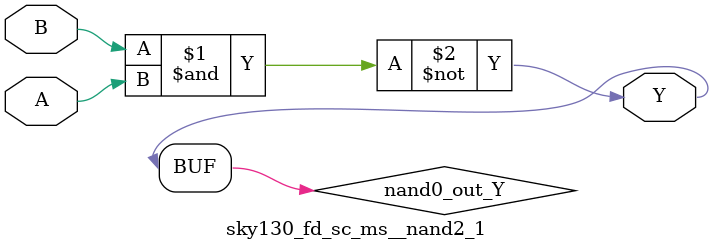
<source format=v>
/*
 * Copyright 2020 The SkyWater PDK Authors
 *
 * Licensed under the Apache License, Version 2.0 (the "License");
 * you may not use this file except in compliance with the License.
 * You may obtain a copy of the License at
 *
 *     https://www.apache.org/licenses/LICENSE-2.0
 *
 * Unless required by applicable law or agreed to in writing, software
 * distributed under the License is distributed on an "AS IS" BASIS,
 * WITHOUT WARRANTIES OR CONDITIONS OF ANY KIND, either express or implied.
 * See the License for the specific language governing permissions and
 * limitations under the License.
 *
 * SPDX-License-Identifier: Apache-2.0
*/


`ifndef SKY130_FD_SC_MS__NAND2_1_FUNCTIONAL_V
`define SKY130_FD_SC_MS__NAND2_1_FUNCTIONAL_V

/**
 * nand2: 2-input NAND.
 *
 * Verilog simulation functional model.
 */

`timescale 1ns / 1ps
`default_nettype none

`celldefine
module sky130_fd_sc_ms__nand2_1 (
    Y,
    A,
    B
);

    // Module ports
    output Y;
    input  A;
    input  B;

    // Local signals
    wire nand0_out_Y;

    //   Name   Output       Other arguments
    nand nand0 (nand0_out_Y, B, A           );
    buf  buf0  (Y          , nand0_out_Y    );

endmodule
`endcelldefine

`default_nettype wire
`endif  // SKY130_FD_SC_MS__NAND2_1_FUNCTIONAL_V

</source>
